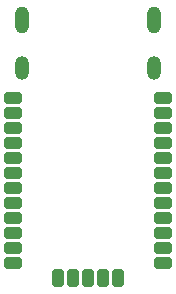
<source format=gbr>
%TF.GenerationSoftware,KiCad,Pcbnew,(6.0.8)*%
%TF.CreationDate,2022-11-05T21:02:43+01:00*%
%TF.ProjectId,epi,6570692e-6b69-4636-9164-5f7063625858,1_1*%
%TF.SameCoordinates,Original*%
%TF.FileFunction,Soldermask,Bot*%
%TF.FilePolarity,Negative*%
%FSLAX46Y46*%
G04 Gerber Fmt 4.6, Leading zero omitted, Abs format (unit mm)*
G04 Created by KiCad (PCBNEW (6.0.8)) date 2022-11-05 21:02:43*
%MOMM*%
%LPD*%
G01*
G04 APERTURE LIST*
G04 Aperture macros list*
%AMRoundRect*
0 Rectangle with rounded corners*
0 $1 Rounding radius*
0 $2 $3 $4 $5 $6 $7 $8 $9 X,Y pos of 4 corners*
0 Add a 4 corners polygon primitive as box body*
4,1,4,$2,$3,$4,$5,$6,$7,$8,$9,$2,$3,0*
0 Add four circle primitives for the rounded corners*
1,1,$1+$1,$2,$3*
1,1,$1+$1,$4,$5*
1,1,$1+$1,$6,$7*
1,1,$1+$1,$8,$9*
0 Add four rect primitives between the rounded corners*
20,1,$1+$1,$2,$3,$4,$5,0*
20,1,$1+$1,$4,$5,$6,$7,0*
20,1,$1+$1,$6,$7,$8,$9,0*
20,1,$1+$1,$8,$9,$2,$3,0*%
G04 Aperture macros list end*
%ADD10RoundRect,0.250000X-0.250000X0.500000X-0.250000X-0.500000X0.250000X-0.500000X0.250000X0.500000X0*%
%ADD11RoundRect,0.250000X-0.500000X-0.250000X0.500000X-0.250000X0.500000X0.250000X-0.500000X0.250000X0*%
%ADD12O,1.200000X2.000000*%
%ADD13O,1.200000X2.300000*%
G04 APERTURE END LIST*
D10*
%TO.C,J3*%
X106880000Y-74160000D03*
X105610000Y-74160000D03*
X104340000Y-74160000D03*
X103070000Y-74160000D03*
X101800000Y-74160000D03*
%TD*%
D11*
%TO.C,J1*%
X97990000Y-72890000D03*
X97990000Y-71620000D03*
X97990000Y-70350000D03*
X97990000Y-69080000D03*
X97990000Y-67810000D03*
X97990000Y-66540000D03*
X97990000Y-65270000D03*
X97990000Y-64000000D03*
X97990000Y-62730000D03*
X97990000Y-61460000D03*
X97990000Y-60190000D03*
X97990000Y-58920000D03*
%TD*%
D12*
%TO.C,J4*%
X98740000Y-56341500D03*
D13*
X98740000Y-52341500D03*
D12*
X109940000Y-56341500D03*
D13*
X109940000Y-52341500D03*
%TD*%
D11*
%TO.C,J2*%
X110690000Y-72890000D03*
X110690000Y-71620000D03*
X110690000Y-70350000D03*
X110690000Y-69080000D03*
X110690000Y-67810000D03*
X110690000Y-66540000D03*
X110690000Y-65270000D03*
X110690000Y-64000000D03*
X110690000Y-62730000D03*
X110690000Y-61460000D03*
X110690000Y-60190000D03*
X110690000Y-58920000D03*
%TD*%
M02*

</source>
